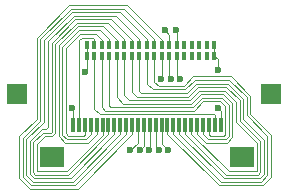
<source format=gbr>
%TF.GenerationSoftware,KiCad,Pcbnew,9.0.1*%
%TF.CreationDate,2025-05-28T15:57:21+02:00*%
%TF.ProjectId,fpc_connector_36pinOmnetics,6670635f-636f-46e6-9e65-63746f725f33,rev?*%
%TF.SameCoordinates,Original*%
%TF.FileFunction,Copper,L1,Top*%
%TF.FilePolarity,Positive*%
%FSLAX46Y46*%
G04 Gerber Fmt 4.6, Leading zero omitted, Abs format (unit mm)*
G04 Created by KiCad (PCBNEW 9.0.1) date 2025-05-28 15:57:21*
%MOMM*%
%LPD*%
G01*
G04 APERTURE LIST*
%TA.AperFunction,ComponentPad*%
%ADD10R,1.700000X1.700000*%
%TD*%
%TA.AperFunction,SMDPad,CuDef*%
%ADD11R,0.381000X0.762000*%
%TD*%
%TA.AperFunction,SMDPad,CuDef*%
%ADD12R,0.300000X1.300000*%
%TD*%
%TA.AperFunction,SMDPad,CuDef*%
%ADD13R,2.000000X1.800000*%
%TD*%
%TA.AperFunction,ViaPad*%
%ADD14C,0.600000*%
%TD*%
%TA.AperFunction,Conductor*%
%ADD15C,0.100000*%
%TD*%
G04 APERTURE END LIST*
D10*
%TO.P,J4,1,Pin_1*%
%TO.N,GND*%
X160500000Y-102600000D03*
%TD*%
D11*
%TO.P,J2,36,36*%
%TO.N,GND*%
X155724750Y-99432100D03*
%TO.P,J2,35,35*%
%TO.N,unconnected-(J2-Pad35)*%
X155089750Y-99432100D03*
%TO.P,J2,34,34*%
%TO.N,unconnected-(J2-Pad34)*%
X154454750Y-99432100D03*
%TO.P,J2,33,33*%
%TO.N,unconnected-(J2-Pad33)*%
X153819750Y-99432100D03*
%TO.P,J2,32,32*%
%TO.N,unconnected-(J2-Pad32)*%
X153184750Y-99432100D03*
%TO.P,J2,31,31*%
%TO.N,Net-(J1-Pad14)*%
X152549750Y-99432100D03*
%TO.P,J2,30,30*%
%TO.N,Net-(J1-Pad15)*%
X151914750Y-99432100D03*
%TO.P,J2,29,29*%
%TO.N,Net-(J1-Pad16)*%
X151279750Y-99432100D03*
%TO.P,J2,28,28*%
%TO.N,Net-(J1-Pad17)*%
X150644750Y-99432100D03*
%TO.P,J2,27,27*%
%TO.N,Net-(J1-Pad18)*%
X150009750Y-99432100D03*
%TO.P,J2,26,26*%
%TO.N,Net-(J1-Pad19)*%
X149374750Y-99432100D03*
%TO.P,J2,25,25*%
%TO.N,Net-(J1-Pad20)*%
X148739750Y-99432100D03*
%TO.P,J2,24,24*%
%TO.N,Net-(J1-Pad21)*%
X148104750Y-99432100D03*
%TO.P,J2,23,23*%
%TO.N,Net-(J1-Pad22)*%
X147469750Y-99432100D03*
%TO.P,J2,22,22*%
%TO.N,Net-(J1-Pad23)*%
X146834750Y-99432100D03*
%TO.P,J2,21,21*%
%TO.N,Net-(J1-Pad24)*%
X146199750Y-99432100D03*
%TO.P,J2,20,20*%
%TO.N,Net-(J1-Pad25)*%
X145564750Y-99432100D03*
%TO.P,J2,19,19*%
%TO.N,GND*%
X144929750Y-99432100D03*
%TO.P,J2,18,18*%
X155724750Y-98492300D03*
%TO.P,J2,17,17*%
%TO.N,unconnected-(J2-Pad17)*%
X155089750Y-98492300D03*
%TO.P,J2,16,16*%
%TO.N,unconnected-(J2-Pad16)*%
X154454750Y-98492300D03*
%TO.P,J2,15,15*%
%TO.N,unconnected-(J2-Pad15)*%
X153819750Y-98492300D03*
%TO.P,J2,14,14*%
%TO.N,unconnected-(J2-Pad14)*%
X153184750Y-98492300D03*
%TO.P,J2,13,13*%
%TO.N,Net-(J1-Pad13)*%
X152549750Y-98492300D03*
%TO.P,J2,12,12*%
%TO.N,Net-(J1-Pad12)*%
X151914750Y-98492300D03*
%TO.P,J2,11,11*%
%TO.N,Net-(J1-Pad11)*%
X151279750Y-98492300D03*
%TO.P,J2,10,10*%
%TO.N,Net-(J1-Pad10)*%
X150644750Y-98492300D03*
%TO.P,J2,9,9*%
%TO.N,Net-(J1-Pad9)*%
X150009750Y-98492300D03*
%TO.P,J2,8,8*%
%TO.N,Net-(J1-Pad8)*%
X149374750Y-98492300D03*
%TO.P,J2,7,7*%
%TO.N,Net-(J1-Pad7)*%
X148739750Y-98492300D03*
%TO.P,J2,6,6*%
%TO.N,Net-(J1-Pad6)*%
X148104750Y-98492300D03*
%TO.P,J2,5,5*%
%TO.N,Net-(J1-Pad5)*%
X147469750Y-98492300D03*
%TO.P,J2,4,4*%
%TO.N,Net-(J1-Pad4)*%
X146834750Y-98492300D03*
%TO.P,J2,3,3*%
%TO.N,Net-(J1-Pad3)*%
X146199750Y-98492300D03*
%TO.P,J2,2,2*%
%TO.N,Net-(J1-Pad2)*%
X145564750Y-98492300D03*
%TO.P,J2,1,1*%
%TO.N,GND*%
X144929750Y-98492300D03*
%TD*%
D10*
%TO.P,J3,1,Pin_1*%
%TO.N,GND*%
X139000000Y-102600000D03*
%TD*%
D12*
%TO.P,J1,1*%
%TO.N,GND*%
X143750000Y-105250000D03*
%TO.P,J1,2*%
%TO.N,Net-(J1-Pad2)*%
X144250000Y-105250000D03*
%TO.P,J1,3*%
%TO.N,Net-(J1-Pad3)*%
X144750000Y-105250000D03*
%TO.P,J1,4*%
%TO.N,Net-(J1-Pad4)*%
X145250000Y-105250000D03*
%TO.P,J1,5*%
%TO.N,Net-(J1-Pad5)*%
X145750000Y-105250000D03*
%TO.P,J1,6*%
%TO.N,Net-(J1-Pad6)*%
X146250000Y-105250000D03*
%TO.P,J1,7*%
%TO.N,Net-(J1-Pad7)*%
X146750000Y-105250000D03*
%TO.P,J1,8*%
%TO.N,Net-(J1-Pad8)*%
X147250000Y-105250000D03*
%TO.P,J1,9*%
%TO.N,Net-(J1-Pad9)*%
X147750000Y-105250000D03*
%TO.P,J1,10*%
%TO.N,Net-(J1-Pad10)*%
X148250000Y-105250000D03*
%TO.P,J1,11*%
%TO.N,Net-(J1-Pad11)*%
X148750000Y-105250000D03*
%TO.P,J1,12*%
%TO.N,Net-(J1-Pad12)*%
X149250000Y-105250000D03*
%TO.P,J1,13*%
%TO.N,Net-(J1-Pad13)*%
X149750000Y-105250000D03*
%TO.P,J1,14*%
%TO.N,Net-(J1-Pad14)*%
X150250000Y-105250000D03*
%TO.P,J1,15*%
%TO.N,Net-(J1-Pad15)*%
X150750000Y-105250000D03*
%TO.P,J1,16*%
%TO.N,Net-(J1-Pad16)*%
X151250000Y-105250000D03*
%TO.P,J1,17*%
%TO.N,Net-(J1-Pad17)*%
X151750000Y-105250000D03*
%TO.P,J1,18*%
%TO.N,Net-(J1-Pad18)*%
X152250000Y-105250000D03*
%TO.P,J1,19*%
%TO.N,Net-(J1-Pad19)*%
X152750000Y-105250000D03*
%TO.P,J1,20*%
%TO.N,Net-(J1-Pad20)*%
X153250000Y-105250000D03*
%TO.P,J1,21*%
%TO.N,Net-(J1-Pad21)*%
X153750000Y-105250000D03*
%TO.P,J1,22*%
%TO.N,Net-(J1-Pad22)*%
X154250000Y-105250000D03*
%TO.P,J1,23*%
%TO.N,Net-(J1-Pad23)*%
X154750000Y-105250000D03*
%TO.P,J1,24*%
%TO.N,Net-(J1-Pad24)*%
X155250000Y-105250000D03*
%TO.P,J1,25*%
%TO.N,Net-(J1-Pad25)*%
X155750000Y-105250000D03*
%TO.P,J1,26*%
%TO.N,GND*%
X156250000Y-105250000D03*
D13*
%TO.P,J1,Z1*%
%TO.N,unconnected-(J1-PadZ1)*%
X141950000Y-108000000D03*
%TO.P,J1,Z2*%
%TO.N,unconnected-(J1-PadZ2)*%
X158050000Y-108000000D03*
%TD*%
D14*
%TO.N,GND*%
X156000000Y-100592000D03*
%TO.N,Net-(J1-Pad15)*%
X152011023Y-101353933D03*
%TO.N,Net-(J1-Pad14)*%
X152810166Y-101391000D03*
%TO.N,Net-(J1-Pad12)*%
X151500000Y-97200000D03*
%TO.N,Net-(J1-Pad13)*%
X152500000Y-97200000D03*
%TO.N,Net-(J1-Pad16)*%
X151211284Y-101374466D03*
%TO.N,Net-(J1-Pad12)*%
X148599991Y-107400000D03*
%TO.N,Net-(J1-Pad16)*%
X151800003Y-107400000D03*
%TO.N,Net-(J1-Pad13)*%
X149399994Y-107400000D03*
%TO.N,Net-(J1-Pad14)*%
X150199997Y-107400000D03*
%TO.N,Net-(J1-Pad15)*%
X151000000Y-107400000D03*
%TO.N,GND*%
X156000000Y-103800000D03*
X144800000Y-100800000D03*
X143700000Y-103800000D03*
%TD*%
D15*
%TO.N,GND*%
X156000000Y-100592000D02*
X156000000Y-99707350D01*
X156000000Y-99707350D02*
X155724750Y-99432100D01*
X155724750Y-98492300D02*
X155724750Y-99432100D01*
%TO.N,Net-(J1-Pad12)*%
X151914750Y-97614750D02*
X151914750Y-98492300D01*
X151500000Y-97200000D02*
X151914750Y-97614750D01*
%TO.N,Net-(J1-Pad13)*%
X152500000Y-97200000D02*
X152549750Y-97249750D01*
X152549750Y-97249750D02*
X152549750Y-98492300D01*
%TO.N,Net-(J1-Pad16)*%
X151279750Y-101306000D02*
X151279750Y-99432100D01*
X151211284Y-101374466D02*
X151279750Y-101306000D01*
%TO.N,Net-(J1-Pad12)*%
X149250000Y-106749991D02*
X148599991Y-107400000D01*
X149250000Y-105250000D02*
X149250000Y-106749991D01*
%TO.N,Net-(J1-Pad16)*%
X151250000Y-106849997D02*
X151800003Y-107400000D01*
X151250000Y-105250000D02*
X151250000Y-106849997D01*
%TO.N,Net-(J1-Pad13)*%
X149750000Y-107049994D02*
X149399994Y-107400000D01*
X149750000Y-105250000D02*
X149750000Y-107049994D01*
%TO.N,Net-(J1-Pad14)*%
X150250000Y-107349997D02*
X150199997Y-107400000D01*
X150250000Y-105250000D02*
X150250000Y-107349997D01*
%TO.N,Net-(J1-Pad15)*%
X150750000Y-107150000D02*
X151000000Y-107400000D01*
X150750000Y-105250000D02*
X150750000Y-107150000D01*
%TO.N,Net-(J1-Pad11)*%
X151279750Y-98053800D02*
X151279750Y-98492300D01*
X143424448Y-95093000D02*
X148318950Y-95093000D01*
X140668966Y-97848482D02*
X143424448Y-95093000D01*
X140668966Y-104750644D02*
X140668966Y-97848482D01*
X139194000Y-106225610D02*
X140668966Y-104750644D01*
X139194000Y-109774390D02*
X139194000Y-106225610D01*
X140075610Y-110656000D02*
X139194000Y-109774390D01*
X144146000Y-110656000D02*
X140075610Y-110656000D01*
X148750000Y-106052000D02*
X144146000Y-110656000D01*
X148318950Y-95093000D02*
X151279750Y-98053800D01*
X148750000Y-105250000D02*
X148750000Y-106052000D01*
%TO.N,Net-(J1-Pad10)*%
X150644750Y-98011300D02*
X150644750Y-98492300D01*
X148027450Y-95394000D02*
X150644750Y-98011300D01*
X143549126Y-95394000D02*
X148027450Y-95394000D01*
X140969966Y-97973160D02*
X143549126Y-95394000D01*
X140969966Y-104875322D02*
X140969966Y-97973160D01*
X139495000Y-106350288D02*
X140969966Y-104875322D01*
X140200288Y-110355000D02*
X139495000Y-109649712D01*
X143947000Y-110355000D02*
X140200288Y-110355000D01*
X148250000Y-106052000D02*
X143947000Y-110355000D01*
X139495000Y-109649712D02*
X139495000Y-106350288D01*
X148250000Y-105250000D02*
X148250000Y-106052000D01*
%TO.N,Net-(J1-Pad9)*%
X150009750Y-98011300D02*
X150009750Y-98492300D01*
X147693450Y-95695000D02*
X150009750Y-98011300D01*
X143673804Y-95695000D02*
X147693450Y-95695000D01*
X141270966Y-98097838D02*
X143673804Y-95695000D01*
X141270966Y-105000000D02*
X141270966Y-98097838D01*
X139796000Y-106474966D02*
X141270966Y-105000000D01*
X139796000Y-109525034D02*
X139796000Y-106474966D01*
X140324966Y-110054000D02*
X139796000Y-109525034D01*
X143748000Y-110054000D02*
X140324966Y-110054000D01*
X147750000Y-106052000D02*
X143748000Y-110054000D01*
X147750000Y-105250000D02*
X147750000Y-106052000D01*
%TO.N,Net-(J1-Pad8)*%
X149374750Y-98011300D02*
X149374750Y-98492300D01*
X147359450Y-95996000D02*
X149374750Y-98011300D01*
X143798482Y-95996000D02*
X147359450Y-95996000D01*
X141644000Y-98150482D02*
X143798482Y-95996000D01*
X141644000Y-105454000D02*
X141644000Y-98150482D01*
X141098644Y-105598000D02*
X141500000Y-105598000D01*
X140097000Y-106599644D02*
X141098644Y-105598000D01*
X140097000Y-109400356D02*
X140097000Y-106599644D01*
X140449644Y-109753000D02*
X140097000Y-109400356D01*
X143549000Y-109753000D02*
X140449644Y-109753000D01*
X147250000Y-106052000D02*
X143549000Y-109753000D01*
X141500000Y-105598000D02*
X141644000Y-105454000D01*
X147250000Y-105250000D02*
X147250000Y-106052000D01*
%TO.N,Net-(J1-Pad7)*%
X148739750Y-98053800D02*
X148739750Y-98492300D01*
X146982950Y-96297000D02*
X148739750Y-98053800D01*
X143923160Y-96297000D02*
X146982950Y-96297000D01*
X141945000Y-98275160D02*
X143923160Y-96297000D01*
X141945000Y-105829322D02*
X141945000Y-98275160D01*
X141875322Y-105899000D02*
X141945000Y-105829322D01*
X141223322Y-105899000D02*
X141875322Y-105899000D01*
X140398000Y-106724322D02*
X141223322Y-105899000D01*
X140398000Y-109275678D02*
X140398000Y-106724322D01*
X140574322Y-109452000D02*
X140398000Y-109275678D01*
X143350000Y-109452000D02*
X140574322Y-109452000D01*
X146750000Y-106052000D02*
X143350000Y-109452000D01*
X146750000Y-105250000D02*
X146750000Y-106052000D01*
%TO.N,Net-(J1-Pad6)*%
X148104750Y-98011300D02*
X148104750Y-98492300D01*
X146691450Y-96598000D02*
X148104750Y-98011300D01*
X144047838Y-96598000D02*
X146691450Y-96598000D01*
X142246000Y-98399838D02*
X144047838Y-96598000D01*
X142246000Y-105954000D02*
X142246000Y-98399838D01*
X142000000Y-106200000D02*
X142246000Y-105954000D01*
X141348000Y-106200000D02*
X142000000Y-106200000D01*
X140699000Y-106849000D02*
X141348000Y-106200000D01*
X140699000Y-109151000D02*
X140699000Y-106849000D01*
X143201000Y-109151000D02*
X140699000Y-109151000D01*
X146250000Y-106102000D02*
X143201000Y-109151000D01*
X146250000Y-105250000D02*
X146250000Y-106102000D01*
%TO.N,Net-(J1-Pad5)*%
X147469750Y-98053800D02*
X147469750Y-98492300D01*
X146314950Y-96899000D02*
X147469750Y-98053800D01*
X144172516Y-96899000D02*
X146314950Y-96899000D01*
X142547000Y-98524516D02*
X144172516Y-96899000D01*
X142547000Y-106200356D02*
X142547000Y-98524516D01*
X143099644Y-106753000D02*
X142547000Y-106200356D01*
X145049000Y-106753000D02*
X143099644Y-106753000D01*
X145750000Y-106052000D02*
X145049000Y-106753000D01*
X145750000Y-105250000D02*
X145750000Y-106052000D01*
%TO.N,Net-(J1-Pad17)*%
X151750000Y-106000000D02*
X151750000Y-105250000D01*
X156105000Y-110355000D02*
X151750000Y-106000000D01*
X159799712Y-110355000D02*
X156105000Y-110355000D01*
X160505000Y-109649712D02*
X159799712Y-110355000D01*
X160505000Y-106071966D02*
X160505000Y-109649712D01*
X158758000Y-104324966D02*
X160505000Y-106071966D01*
X158758000Y-102799022D02*
X158758000Y-104324966D01*
X157100978Y-101142000D02*
X158758000Y-102799022D01*
X153924966Y-101142000D02*
X157100978Y-101142000D01*
X153125966Y-101941000D02*
X153924966Y-101142000D01*
X151000000Y-101941000D02*
X153125966Y-101941000D01*
X150644750Y-101585750D02*
X151000000Y-101941000D01*
X150644750Y-99432100D02*
X150644750Y-101585750D01*
%TO.N,Net-(J1-Pad18)*%
X152250000Y-106000000D02*
X152250000Y-105250000D01*
X156304000Y-110054000D02*
X152250000Y-106000000D01*
X159675034Y-110054000D02*
X156304000Y-110054000D01*
X160204000Y-109525034D02*
X159675034Y-110054000D01*
X160204000Y-106196644D02*
X160204000Y-109525034D01*
X158457000Y-104449644D02*
X160204000Y-106196644D01*
X156976300Y-101443000D02*
X158457000Y-102923700D01*
X154049644Y-101443000D02*
X156976300Y-101443000D01*
X153250644Y-102242000D02*
X154049644Y-101443000D01*
X158457000Y-102923700D02*
X158457000Y-104449644D01*
X150500000Y-102242000D02*
X153250644Y-102242000D01*
X150009750Y-101751750D02*
X150500000Y-102242000D01*
X150009750Y-99432100D02*
X150009750Y-101751750D01*
%TO.N,Net-(J1-Pad19)*%
X156503000Y-109753000D02*
X152750000Y-106000000D01*
X159550356Y-109753000D02*
X156503000Y-109753000D01*
X159903000Y-109400356D02*
X159550356Y-109753000D01*
X152750000Y-106000000D02*
X152750000Y-105250000D01*
X159903000Y-106497644D02*
X159903000Y-109400356D01*
X158156000Y-103048378D02*
X158156000Y-104750644D01*
X156851622Y-101744000D02*
X158156000Y-103048378D01*
X154174322Y-101744000D02*
X156851622Y-101744000D01*
X153375322Y-102543000D02*
X154174322Y-101744000D01*
X149500000Y-102543000D02*
X153375322Y-102543000D01*
X149374750Y-102417750D02*
X149500000Y-102543000D01*
X149374750Y-99432100D02*
X149374750Y-102417750D01*
X158156000Y-104750644D02*
X159903000Y-106497644D01*
%TO.N,Net-(J1-Pad20)*%
X153250000Y-106000000D02*
X153250000Y-105250000D01*
X156702000Y-109452000D02*
X153250000Y-106000000D01*
X159425678Y-109452000D02*
X156702000Y-109452000D01*
X159602000Y-109275678D02*
X159425678Y-109452000D01*
X159602000Y-106622322D02*
X159602000Y-109275678D01*
X157855000Y-104875322D02*
X159602000Y-106622322D01*
X157855000Y-103173056D02*
X157855000Y-104875322D01*
X156726944Y-102045000D02*
X157855000Y-103173056D01*
X154299000Y-102045000D02*
X156726944Y-102045000D01*
X153500000Y-102844000D02*
X154299000Y-102045000D01*
X149144000Y-102844000D02*
X153500000Y-102844000D01*
X148739750Y-102439750D02*
X149144000Y-102844000D01*
X148739750Y-99432100D02*
X148739750Y-102439750D01*
%TO.N,Net-(J1-Pad21)*%
X153750000Y-105977678D02*
X153750000Y-105250000D01*
X156923322Y-109151000D02*
X153750000Y-105977678D01*
X159301000Y-109151000D02*
X156923322Y-109151000D01*
X159301000Y-106747000D02*
X159301000Y-109151000D01*
X157554000Y-105000000D02*
X159301000Y-106747000D01*
X157554000Y-103297734D02*
X157554000Y-105000000D01*
X156602266Y-102346000D02*
X157554000Y-103297734D01*
X154424966Y-102346000D02*
X156602266Y-102346000D01*
X153625966Y-103145000D02*
X154424966Y-102346000D01*
X148500000Y-103145000D02*
X153625966Y-103145000D01*
X148104750Y-102749750D02*
X148500000Y-103145000D01*
X148104750Y-99432100D02*
X148104750Y-102749750D01*
%TO.N,Net-(J1-Pad22)*%
X154250000Y-106052000D02*
X154250000Y-105250000D01*
X154998000Y-106800000D02*
X154250000Y-106052000D01*
X156751356Y-106800000D02*
X154998000Y-106800000D01*
X157253000Y-106298356D02*
X156751356Y-106800000D01*
X157253000Y-103422412D02*
X157253000Y-106298356D01*
X156477588Y-102647000D02*
X157253000Y-103422412D01*
X154549644Y-102647000D02*
X156477588Y-102647000D01*
X153750644Y-103446000D02*
X154549644Y-102647000D01*
X148000000Y-103446000D02*
X153750644Y-103446000D01*
X147469750Y-102915750D02*
X148000000Y-103446000D01*
X147469750Y-99432100D02*
X147469750Y-102915750D01*
%TO.N,Net-(J1-Pad23)*%
X154750000Y-106000000D02*
X154750000Y-105250000D01*
X155202000Y-106452000D02*
X154750000Y-106000000D01*
X156673678Y-106452000D02*
X155202000Y-106452000D01*
X156952000Y-106173678D02*
X156673678Y-106452000D01*
X156952000Y-103547090D02*
X156952000Y-106173678D01*
X156352910Y-102948000D02*
X156952000Y-103547090D01*
X153875322Y-103747000D02*
X154674322Y-102948000D01*
X154674322Y-102948000D02*
X156352910Y-102948000D01*
X146947000Y-103747000D02*
X153875322Y-103747000D01*
X146834750Y-103634750D02*
X146947000Y-103747000D01*
X146834750Y-99432100D02*
X146834750Y-103634750D01*
%TO.N,Net-(J1-Pad24)*%
X155250000Y-106052000D02*
X155250000Y-105250000D01*
X155349000Y-106151000D02*
X155250000Y-106052000D01*
X156549000Y-106151000D02*
X155349000Y-106151000D01*
X156651000Y-106049000D02*
X156549000Y-106151000D01*
X156651000Y-103671768D02*
X156651000Y-106049000D01*
X156228232Y-103249000D02*
X156651000Y-103671768D01*
X154799000Y-103249000D02*
X156228232Y-103249000D01*
X146500000Y-104048000D02*
X154000000Y-104048000D01*
X154000000Y-104048000D02*
X154799000Y-103249000D01*
X146199750Y-103747750D02*
X146500000Y-104048000D01*
X146199750Y-99432100D02*
X146199750Y-103747750D01*
%TO.N,GND*%
X156250000Y-104050000D02*
X156000000Y-103800000D01*
X156250000Y-105250000D02*
X156250000Y-104050000D01*
X144929750Y-100670250D02*
X144800000Y-100800000D01*
X144929750Y-99432100D02*
X144929750Y-100670250D01*
X144929750Y-99432100D02*
X144929750Y-98492300D01*
X144929750Y-99529750D02*
X145000000Y-99600000D01*
%TO.N,Net-(J1-Pad25)*%
X155750000Y-104448000D02*
X155750000Y-105250000D01*
X155651000Y-104349000D02*
X155750000Y-104448000D01*
X146000000Y-104349000D02*
X155651000Y-104349000D01*
X145564750Y-103913750D02*
X146000000Y-104349000D01*
X145564750Y-99432100D02*
X145564750Y-103913750D01*
%TO.N,Net-(J1-Pad4)*%
X146834750Y-98011300D02*
X146834750Y-98492300D01*
X146023450Y-97200000D02*
X146834750Y-98011300D01*
X144297194Y-97200000D02*
X146023450Y-97200000D01*
X142848000Y-98649194D02*
X144297194Y-97200000D01*
X142848000Y-106075678D02*
X142848000Y-98649194D01*
X143224322Y-106452000D02*
X142848000Y-106075678D01*
X144850000Y-106452000D02*
X143224322Y-106452000D01*
X145250000Y-106052000D02*
X144850000Y-106452000D01*
X145250000Y-105250000D02*
X145250000Y-106052000D01*
%TO.N,Net-(J1-Pad3)*%
X145705250Y-97559300D02*
X146199750Y-98053800D01*
X144363572Y-97559300D02*
X145705250Y-97559300D01*
X143149000Y-98773872D02*
X144363572Y-97559300D01*
X143149000Y-105951000D02*
X143149000Y-98773872D01*
X143349000Y-106151000D02*
X143149000Y-105951000D01*
X144651000Y-106151000D02*
X143349000Y-106151000D01*
X144750000Y-106052000D02*
X144651000Y-106151000D01*
X146199750Y-98053800D02*
X146199750Y-98492300D01*
X144750000Y-105250000D02*
X144750000Y-106052000D01*
%TO.N,GND*%
X143750000Y-103850000D02*
X143700000Y-103800000D01*
X143750000Y-105250000D02*
X143750000Y-103850000D01*
%TO.N,Net-(J1-Pad2)*%
X145564750Y-98011300D02*
X145564750Y-98492300D01*
X145413750Y-97860300D02*
X145564750Y-98011300D01*
X144250000Y-98098550D02*
X144488250Y-97860300D01*
X144488250Y-97860300D02*
X145413750Y-97860300D01*
X144250000Y-105250000D02*
X144250000Y-98098550D01*
%TO.N,Net-(J1-Pad14)*%
X152549750Y-101130584D02*
X152549750Y-99432100D01*
X152810166Y-101391000D02*
X152549750Y-101130584D01*
%TO.N,Net-(J1-Pad15)*%
X151914750Y-101257660D02*
X151914750Y-99432100D01*
X152011023Y-101353933D02*
X151914750Y-101257660D01*
%TD*%
M02*

</source>
